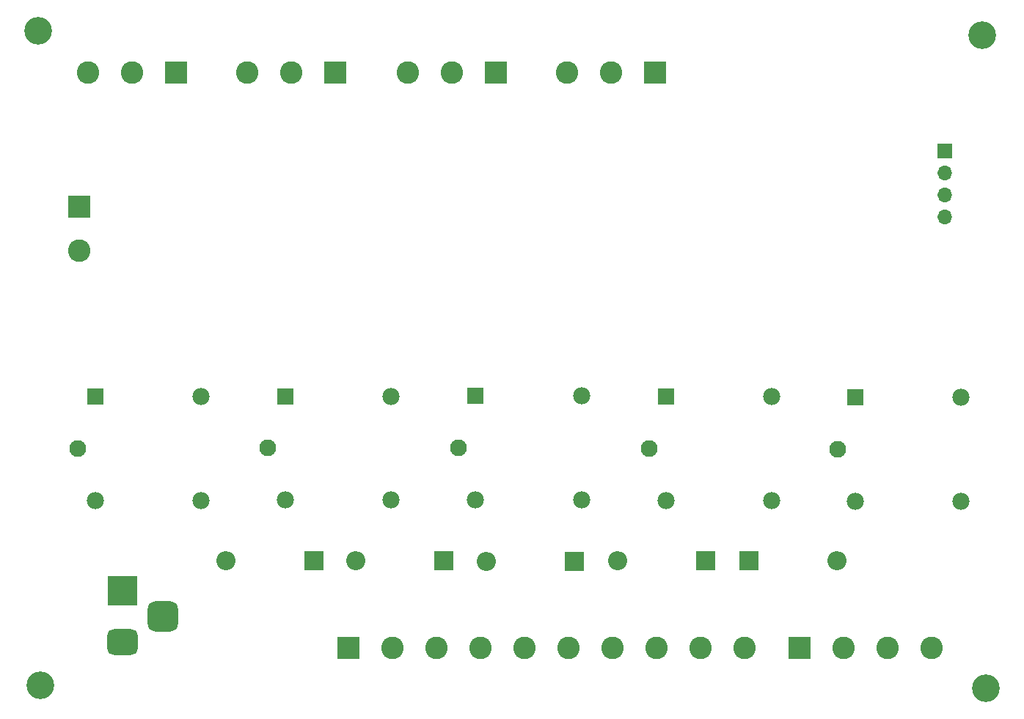
<source format=gbr>
%TF.GenerationSoftware,KiCad,Pcbnew,(6.0.0)*%
%TF.CreationDate,2022-03-25T10:46:11+03:00*%
%TF.ProjectId,LaundryPCB,4c61756e-6472-4795-9043-422e6b696361,rev?*%
%TF.SameCoordinates,Original*%
%TF.FileFunction,Soldermask,Bot*%
%TF.FilePolarity,Negative*%
%FSLAX46Y46*%
G04 Gerber Fmt 4.6, Leading zero omitted, Abs format (unit mm)*
G04 Created by KiCad (PCBNEW (6.0.0)) date 2022-03-25 10:46:11*
%MOMM*%
%LPD*%
G01*
G04 APERTURE LIST*
G04 Aperture macros list*
%AMRoundRect*
0 Rectangle with rounded corners*
0 $1 Rounding radius*
0 $2 $3 $4 $5 $6 $7 $8 $9 X,Y pos of 4 corners*
0 Add a 4 corners polygon primitive as box body*
4,1,4,$2,$3,$4,$5,$6,$7,$8,$9,$2,$3,0*
0 Add four circle primitives for the rounded corners*
1,1,$1+$1,$2,$3*
1,1,$1+$1,$4,$5*
1,1,$1+$1,$6,$7*
1,1,$1+$1,$8,$9*
0 Add four rect primitives between the rounded corners*
20,1,$1+$1,$2,$3,$4,$5,0*
20,1,$1+$1,$4,$5,$6,$7,0*
20,1,$1+$1,$6,$7,$8,$9,0*
20,1,$1+$1,$8,$9,$2,$3,0*%
G04 Aperture macros list end*
%ADD10R,1.980000X1.980000*%
%ADD11C,1.980000*%
%ADD12C,1.935000*%
%ADD13C,3.200000*%
%ADD14R,2.600000X2.600000*%
%ADD15C,2.600000*%
%ADD16R,2.200000X2.200000*%
%ADD17O,2.200000X2.200000*%
%ADD18R,1.700000X1.700000*%
%ADD19O,1.700000X1.700000*%
%ADD20R,3.500000X3.500000*%
%ADD21RoundRect,0.750000X1.000000X-0.750000X1.000000X0.750000X-1.000000X0.750000X-1.000000X-0.750000X0*%
%ADD22RoundRect,0.875000X0.875000X-0.875000X0.875000X0.875000X-0.875000X0.875000X-0.875000X-0.875000X0*%
G04 APERTURE END LIST*
D10*
%TO.C,K4*%
X160830000Y-99472500D03*
D11*
X160830000Y-111472500D03*
D12*
X158830000Y-105472500D03*
D11*
X173030000Y-99472500D03*
X173030000Y-111472500D03*
%TD*%
D10*
%TO.C,K3*%
X138830000Y-99402500D03*
D11*
X138830000Y-111402500D03*
D12*
X136830000Y-105402500D03*
D11*
X151030000Y-99402500D03*
X151030000Y-111402500D03*
%TD*%
D13*
%TO.C,REF\u002A\u002A*%
X88590000Y-132850000D03*
%TD*%
D14*
%TO.C,J3*%
X93080000Y-77555000D03*
D15*
X93080000Y-82635000D03*
%TD*%
D14*
%TO.C,J9*%
X176190000Y-128525000D03*
D15*
X181270000Y-128525000D03*
X186350000Y-128525000D03*
X191430000Y-128525000D03*
%TD*%
D16*
%TO.C,D11*%
X135140000Y-118440000D03*
D17*
X124980000Y-118440000D03*
%TD*%
D14*
%TO.C,J8*%
X124100000Y-128545000D03*
D15*
X129180000Y-128545000D03*
X134260000Y-128545000D03*
X139340000Y-128545000D03*
X144420000Y-128545000D03*
X149500000Y-128545000D03*
X154580000Y-128545000D03*
X159660000Y-128545000D03*
X164740000Y-128545000D03*
X169820000Y-128545000D03*
%TD*%
D16*
%TO.C,D12*%
X150240000Y-118540000D03*
D17*
X140080000Y-118540000D03*
%TD*%
D14*
%TO.C,J6*%
X159545000Y-62040000D03*
D15*
X154465000Y-62040000D03*
X149385000Y-62040000D03*
%TD*%
D18*
%TO.C,J2*%
X192960000Y-71140000D03*
D19*
X192960000Y-73680000D03*
X192960000Y-76220000D03*
X192960000Y-78760000D03*
%TD*%
D13*
%TO.C,REF\u002A\u002A*%
X197720000Y-133150000D03*
%TD*%
D16*
%TO.C,D16*%
X120140000Y-118440000D03*
D17*
X109980000Y-118440000D03*
%TD*%
D10*
%TO.C,K5*%
X182620000Y-99582500D03*
D11*
X182620000Y-111582500D03*
D12*
X180620000Y-105582500D03*
D11*
X194820000Y-99582500D03*
X194820000Y-111582500D03*
%TD*%
D10*
%TO.C,K2*%
X94907500Y-99482500D03*
D11*
X94907500Y-111482500D03*
D12*
X92907500Y-105482500D03*
D11*
X107107500Y-99482500D03*
X107107500Y-111482500D03*
%TD*%
D16*
%TO.C,D15*%
X165340000Y-118440000D03*
D17*
X155180000Y-118440000D03*
%TD*%
D20*
%TO.C,J1*%
X98032500Y-121880000D03*
D21*
X98032500Y-127880000D03*
D22*
X102732500Y-124880000D03*
%TD*%
D13*
%TO.C,REF\u002A\u002A*%
X197300000Y-57750000D03*
%TD*%
D16*
%TO.C,D17*%
X170380000Y-118440000D03*
D17*
X180540000Y-118440000D03*
%TD*%
D14*
%TO.C,J7*%
X141160000Y-62040000D03*
D15*
X136080000Y-62040000D03*
X131000000Y-62040000D03*
%TD*%
D14*
%TO.C,J4*%
X104245000Y-62040000D03*
D15*
X99165000Y-62040000D03*
X94085000Y-62040000D03*
%TD*%
D10*
%TO.C,K1*%
X116860000Y-99440000D03*
D11*
X116860000Y-111440000D03*
D12*
X114860000Y-105440000D03*
D11*
X129060000Y-99440000D03*
X129060000Y-111440000D03*
%TD*%
D13*
%TO.C,REF\u002A\u002A*%
X88340000Y-57250000D03*
%TD*%
D14*
%TO.C,J5*%
X122645000Y-62040000D03*
D15*
X117565000Y-62040000D03*
X112485000Y-62040000D03*
%TD*%
M02*

</source>
